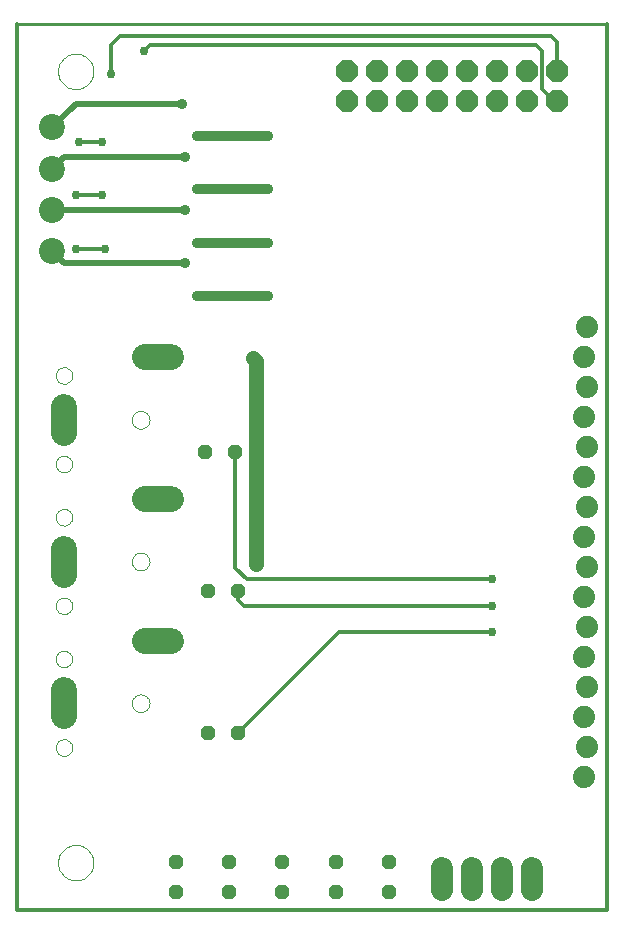
<source format=gbl>
G75*
G70*
%OFA0B0*%
%FSLAX24Y24*%
%IPPOS*%
%LPD*%
%AMOC8*
5,1,8,0,0,1.08239X$1,22.5*
%
%ADD10C,0.0000*%
%ADD11C,0.0120*%
%ADD12C,0.0100*%
%ADD13OC8,0.0740*%
%ADD14C,0.0866*%
%ADD15C,0.0740*%
%ADD16C,0.0740*%
%ADD17OC8,0.0477*%
%ADD18C,0.0866*%
%ADD19C,0.0354*%
%ADD20C,0.0320*%
%ADD21C,0.0295*%
%ADD22C,0.0500*%
%ADD23C,0.0200*%
D10*
X004943Y006459D02*
X004945Y006492D01*
X004951Y006524D01*
X004960Y006555D01*
X004973Y006585D01*
X004990Y006613D01*
X005010Y006639D01*
X005033Y006663D01*
X005058Y006683D01*
X005086Y006701D01*
X005115Y006715D01*
X005146Y006725D01*
X005178Y006732D01*
X005211Y006735D01*
X005244Y006734D01*
X005276Y006729D01*
X005307Y006720D01*
X005338Y006708D01*
X005366Y006692D01*
X005393Y006673D01*
X005417Y006651D01*
X005438Y006626D01*
X005457Y006599D01*
X005472Y006570D01*
X005483Y006540D01*
X005491Y006508D01*
X005495Y006475D01*
X005495Y006443D01*
X005491Y006410D01*
X005483Y006378D01*
X005472Y006348D01*
X005457Y006319D01*
X005438Y006292D01*
X005417Y006267D01*
X005393Y006245D01*
X005366Y006226D01*
X005338Y006210D01*
X005307Y006198D01*
X005276Y006189D01*
X005244Y006184D01*
X005211Y006183D01*
X005178Y006186D01*
X005146Y006193D01*
X005115Y006203D01*
X005086Y006217D01*
X005058Y006235D01*
X005033Y006255D01*
X005010Y006279D01*
X004990Y006305D01*
X004973Y006333D01*
X004960Y006363D01*
X004951Y006394D01*
X004945Y006426D01*
X004943Y006459D01*
X004943Y009412D02*
X004945Y009445D01*
X004951Y009477D01*
X004960Y009508D01*
X004973Y009538D01*
X004990Y009566D01*
X005010Y009592D01*
X005033Y009616D01*
X005058Y009636D01*
X005086Y009654D01*
X005115Y009668D01*
X005146Y009678D01*
X005178Y009685D01*
X005211Y009688D01*
X005244Y009687D01*
X005276Y009682D01*
X005307Y009673D01*
X005338Y009661D01*
X005366Y009645D01*
X005393Y009626D01*
X005417Y009604D01*
X005438Y009579D01*
X005457Y009552D01*
X005472Y009523D01*
X005483Y009493D01*
X005491Y009461D01*
X005495Y009428D01*
X005495Y009396D01*
X005491Y009363D01*
X005483Y009331D01*
X005472Y009301D01*
X005457Y009272D01*
X005438Y009245D01*
X005417Y009220D01*
X005393Y009198D01*
X005366Y009179D01*
X005338Y009163D01*
X005307Y009151D01*
X005276Y009142D01*
X005244Y009137D01*
X005211Y009136D01*
X005178Y009139D01*
X005146Y009146D01*
X005115Y009156D01*
X005086Y009170D01*
X005058Y009188D01*
X005033Y009208D01*
X005010Y009232D01*
X004990Y009258D01*
X004973Y009286D01*
X004960Y009316D01*
X004951Y009347D01*
X004945Y009379D01*
X004943Y009412D01*
X004943Y011184D02*
X004945Y011217D01*
X004951Y011249D01*
X004960Y011280D01*
X004973Y011310D01*
X004990Y011338D01*
X005010Y011364D01*
X005033Y011388D01*
X005058Y011408D01*
X005086Y011426D01*
X005115Y011440D01*
X005146Y011450D01*
X005178Y011457D01*
X005211Y011460D01*
X005244Y011459D01*
X005276Y011454D01*
X005307Y011445D01*
X005338Y011433D01*
X005366Y011417D01*
X005393Y011398D01*
X005417Y011376D01*
X005438Y011351D01*
X005457Y011324D01*
X005472Y011295D01*
X005483Y011265D01*
X005491Y011233D01*
X005495Y011200D01*
X005495Y011168D01*
X005491Y011135D01*
X005483Y011103D01*
X005472Y011073D01*
X005457Y011044D01*
X005438Y011017D01*
X005417Y010992D01*
X005393Y010970D01*
X005366Y010951D01*
X005338Y010935D01*
X005307Y010923D01*
X005276Y010914D01*
X005244Y010909D01*
X005211Y010908D01*
X005178Y010911D01*
X005146Y010918D01*
X005115Y010928D01*
X005086Y010942D01*
X005058Y010960D01*
X005033Y010980D01*
X005010Y011004D01*
X004990Y011030D01*
X004973Y011058D01*
X004960Y011088D01*
X004951Y011119D01*
X004945Y011151D01*
X004943Y011184D01*
X004943Y014136D02*
X004945Y014169D01*
X004951Y014201D01*
X004960Y014232D01*
X004973Y014262D01*
X004990Y014290D01*
X005010Y014316D01*
X005033Y014340D01*
X005058Y014360D01*
X005086Y014378D01*
X005115Y014392D01*
X005146Y014402D01*
X005178Y014409D01*
X005211Y014412D01*
X005244Y014411D01*
X005276Y014406D01*
X005307Y014397D01*
X005338Y014385D01*
X005366Y014369D01*
X005393Y014350D01*
X005417Y014328D01*
X005438Y014303D01*
X005457Y014276D01*
X005472Y014247D01*
X005483Y014217D01*
X005491Y014185D01*
X005495Y014152D01*
X005495Y014120D01*
X005491Y014087D01*
X005483Y014055D01*
X005472Y014025D01*
X005457Y013996D01*
X005438Y013969D01*
X005417Y013944D01*
X005393Y013922D01*
X005366Y013903D01*
X005338Y013887D01*
X005307Y013875D01*
X005276Y013866D01*
X005244Y013861D01*
X005211Y013860D01*
X005178Y013863D01*
X005146Y013870D01*
X005115Y013880D01*
X005086Y013894D01*
X005058Y013912D01*
X005033Y013932D01*
X005010Y013956D01*
X004990Y013982D01*
X004973Y014010D01*
X004960Y014040D01*
X004951Y014071D01*
X004945Y014103D01*
X004943Y014136D01*
X004943Y015908D02*
X004945Y015941D01*
X004951Y015973D01*
X004960Y016004D01*
X004973Y016034D01*
X004990Y016062D01*
X005010Y016088D01*
X005033Y016112D01*
X005058Y016132D01*
X005086Y016150D01*
X005115Y016164D01*
X005146Y016174D01*
X005178Y016181D01*
X005211Y016184D01*
X005244Y016183D01*
X005276Y016178D01*
X005307Y016169D01*
X005338Y016157D01*
X005366Y016141D01*
X005393Y016122D01*
X005417Y016100D01*
X005438Y016075D01*
X005457Y016048D01*
X005472Y016019D01*
X005483Y015989D01*
X005491Y015957D01*
X005495Y015924D01*
X005495Y015892D01*
X005491Y015859D01*
X005483Y015827D01*
X005472Y015797D01*
X005457Y015768D01*
X005438Y015741D01*
X005417Y015716D01*
X005393Y015694D01*
X005366Y015675D01*
X005338Y015659D01*
X005307Y015647D01*
X005276Y015638D01*
X005244Y015633D01*
X005211Y015632D01*
X005178Y015635D01*
X005146Y015642D01*
X005115Y015652D01*
X005086Y015666D01*
X005058Y015684D01*
X005033Y015704D01*
X005010Y015728D01*
X004990Y015754D01*
X004973Y015782D01*
X004960Y015812D01*
X004951Y015843D01*
X004945Y015875D01*
X004943Y015908D01*
X004943Y018861D02*
X004945Y018894D01*
X004951Y018926D01*
X004960Y018957D01*
X004973Y018987D01*
X004990Y019015D01*
X005010Y019041D01*
X005033Y019065D01*
X005058Y019085D01*
X005086Y019103D01*
X005115Y019117D01*
X005146Y019127D01*
X005178Y019134D01*
X005211Y019137D01*
X005244Y019136D01*
X005276Y019131D01*
X005307Y019122D01*
X005338Y019110D01*
X005366Y019094D01*
X005393Y019075D01*
X005417Y019053D01*
X005438Y019028D01*
X005457Y019001D01*
X005472Y018972D01*
X005483Y018942D01*
X005491Y018910D01*
X005495Y018877D01*
X005495Y018845D01*
X005491Y018812D01*
X005483Y018780D01*
X005472Y018750D01*
X005457Y018721D01*
X005438Y018694D01*
X005417Y018669D01*
X005393Y018647D01*
X005366Y018628D01*
X005338Y018612D01*
X005307Y018600D01*
X005276Y018591D01*
X005244Y018586D01*
X005211Y018585D01*
X005178Y018588D01*
X005146Y018595D01*
X005115Y018605D01*
X005086Y018619D01*
X005058Y018637D01*
X005033Y018657D01*
X005010Y018681D01*
X004990Y018707D01*
X004973Y018735D01*
X004960Y018765D01*
X004951Y018796D01*
X004945Y018828D01*
X004943Y018861D01*
X007483Y017384D02*
X007485Y017418D01*
X007491Y017452D01*
X007501Y017485D01*
X007514Y017516D01*
X007532Y017546D01*
X007552Y017574D01*
X007576Y017599D01*
X007602Y017621D01*
X007630Y017639D01*
X007661Y017655D01*
X007693Y017667D01*
X007727Y017675D01*
X007761Y017679D01*
X007795Y017679D01*
X007829Y017675D01*
X007863Y017667D01*
X007895Y017655D01*
X007925Y017639D01*
X007954Y017621D01*
X007980Y017599D01*
X008004Y017574D01*
X008024Y017546D01*
X008042Y017516D01*
X008055Y017485D01*
X008065Y017452D01*
X008071Y017418D01*
X008073Y017384D01*
X008071Y017350D01*
X008065Y017316D01*
X008055Y017283D01*
X008042Y017252D01*
X008024Y017222D01*
X008004Y017194D01*
X007980Y017169D01*
X007954Y017147D01*
X007926Y017129D01*
X007895Y017113D01*
X007863Y017101D01*
X007829Y017093D01*
X007795Y017089D01*
X007761Y017089D01*
X007727Y017093D01*
X007693Y017101D01*
X007661Y017113D01*
X007630Y017129D01*
X007602Y017147D01*
X007576Y017169D01*
X007552Y017194D01*
X007532Y017222D01*
X007514Y017252D01*
X007501Y017283D01*
X007491Y017316D01*
X007485Y017350D01*
X007483Y017384D01*
X007483Y012660D02*
X007485Y012694D01*
X007491Y012728D01*
X007501Y012761D01*
X007514Y012792D01*
X007532Y012822D01*
X007552Y012850D01*
X007576Y012875D01*
X007602Y012897D01*
X007630Y012915D01*
X007661Y012931D01*
X007693Y012943D01*
X007727Y012951D01*
X007761Y012955D01*
X007795Y012955D01*
X007829Y012951D01*
X007863Y012943D01*
X007895Y012931D01*
X007925Y012915D01*
X007954Y012897D01*
X007980Y012875D01*
X008004Y012850D01*
X008024Y012822D01*
X008042Y012792D01*
X008055Y012761D01*
X008065Y012728D01*
X008071Y012694D01*
X008073Y012660D01*
X008071Y012626D01*
X008065Y012592D01*
X008055Y012559D01*
X008042Y012528D01*
X008024Y012498D01*
X008004Y012470D01*
X007980Y012445D01*
X007954Y012423D01*
X007926Y012405D01*
X007895Y012389D01*
X007863Y012377D01*
X007829Y012369D01*
X007795Y012365D01*
X007761Y012365D01*
X007727Y012369D01*
X007693Y012377D01*
X007661Y012389D01*
X007630Y012405D01*
X007602Y012423D01*
X007576Y012445D01*
X007552Y012470D01*
X007532Y012498D01*
X007514Y012528D01*
X007501Y012559D01*
X007491Y012592D01*
X007485Y012626D01*
X007483Y012660D01*
X007483Y007936D02*
X007485Y007970D01*
X007491Y008004D01*
X007501Y008037D01*
X007514Y008068D01*
X007532Y008098D01*
X007552Y008126D01*
X007576Y008151D01*
X007602Y008173D01*
X007630Y008191D01*
X007661Y008207D01*
X007693Y008219D01*
X007727Y008227D01*
X007761Y008231D01*
X007795Y008231D01*
X007829Y008227D01*
X007863Y008219D01*
X007895Y008207D01*
X007925Y008191D01*
X007954Y008173D01*
X007980Y008151D01*
X008004Y008126D01*
X008024Y008098D01*
X008042Y008068D01*
X008055Y008037D01*
X008065Y008004D01*
X008071Y007970D01*
X008073Y007936D01*
X008071Y007902D01*
X008065Y007868D01*
X008055Y007835D01*
X008042Y007804D01*
X008024Y007774D01*
X008004Y007746D01*
X007980Y007721D01*
X007954Y007699D01*
X007926Y007681D01*
X007895Y007665D01*
X007863Y007653D01*
X007829Y007645D01*
X007795Y007641D01*
X007761Y007641D01*
X007727Y007645D01*
X007693Y007653D01*
X007661Y007665D01*
X007630Y007681D01*
X007602Y007699D01*
X007576Y007721D01*
X007552Y007746D01*
X007532Y007774D01*
X007514Y007804D01*
X007501Y007835D01*
X007491Y007868D01*
X007485Y007902D01*
X007483Y007936D01*
X005021Y002621D02*
X005023Y002669D01*
X005029Y002717D01*
X005039Y002764D01*
X005052Y002810D01*
X005070Y002855D01*
X005090Y002899D01*
X005115Y002941D01*
X005143Y002980D01*
X005173Y003017D01*
X005207Y003051D01*
X005244Y003083D01*
X005282Y003112D01*
X005323Y003137D01*
X005366Y003159D01*
X005411Y003177D01*
X005457Y003191D01*
X005504Y003202D01*
X005552Y003209D01*
X005600Y003212D01*
X005648Y003211D01*
X005696Y003206D01*
X005744Y003197D01*
X005790Y003185D01*
X005835Y003168D01*
X005879Y003148D01*
X005921Y003125D01*
X005961Y003098D01*
X005999Y003068D01*
X006034Y003035D01*
X006066Y002999D01*
X006096Y002961D01*
X006122Y002920D01*
X006144Y002877D01*
X006164Y002833D01*
X006179Y002788D01*
X006191Y002741D01*
X006199Y002693D01*
X006203Y002645D01*
X006203Y002597D01*
X006199Y002549D01*
X006191Y002501D01*
X006179Y002454D01*
X006164Y002409D01*
X006144Y002365D01*
X006122Y002322D01*
X006096Y002281D01*
X006066Y002243D01*
X006034Y002207D01*
X005999Y002174D01*
X005961Y002144D01*
X005921Y002117D01*
X005879Y002094D01*
X005835Y002074D01*
X005790Y002057D01*
X005744Y002045D01*
X005696Y002036D01*
X005648Y002031D01*
X005600Y002030D01*
X005552Y002033D01*
X005504Y002040D01*
X005457Y002051D01*
X005411Y002065D01*
X005366Y002083D01*
X005323Y002105D01*
X005282Y002130D01*
X005244Y002159D01*
X005207Y002191D01*
X005173Y002225D01*
X005143Y002262D01*
X005115Y002301D01*
X005090Y002343D01*
X005070Y002387D01*
X005052Y002432D01*
X005039Y002478D01*
X005029Y002525D01*
X005023Y002573D01*
X005021Y002621D01*
X005021Y028999D02*
X005023Y029047D01*
X005029Y029095D01*
X005039Y029142D01*
X005052Y029188D01*
X005070Y029233D01*
X005090Y029277D01*
X005115Y029319D01*
X005143Y029358D01*
X005173Y029395D01*
X005207Y029429D01*
X005244Y029461D01*
X005282Y029490D01*
X005323Y029515D01*
X005366Y029537D01*
X005411Y029555D01*
X005457Y029569D01*
X005504Y029580D01*
X005552Y029587D01*
X005600Y029590D01*
X005648Y029589D01*
X005696Y029584D01*
X005744Y029575D01*
X005790Y029563D01*
X005835Y029546D01*
X005879Y029526D01*
X005921Y029503D01*
X005961Y029476D01*
X005999Y029446D01*
X006034Y029413D01*
X006066Y029377D01*
X006096Y029339D01*
X006122Y029298D01*
X006144Y029255D01*
X006164Y029211D01*
X006179Y029166D01*
X006191Y029119D01*
X006199Y029071D01*
X006203Y029023D01*
X006203Y028975D01*
X006199Y028927D01*
X006191Y028879D01*
X006179Y028832D01*
X006164Y028787D01*
X006144Y028743D01*
X006122Y028700D01*
X006096Y028659D01*
X006066Y028621D01*
X006034Y028585D01*
X005999Y028552D01*
X005961Y028522D01*
X005921Y028495D01*
X005879Y028472D01*
X005835Y028452D01*
X005790Y028435D01*
X005744Y028423D01*
X005696Y028414D01*
X005648Y028409D01*
X005600Y028408D01*
X005552Y028411D01*
X005504Y028418D01*
X005457Y028429D01*
X005411Y028443D01*
X005366Y028461D01*
X005323Y028483D01*
X005282Y028508D01*
X005244Y028537D01*
X005207Y028569D01*
X005173Y028603D01*
X005143Y028640D01*
X005115Y028679D01*
X005090Y028721D01*
X005070Y028765D01*
X005052Y028810D01*
X005039Y028856D01*
X005029Y028903D01*
X005023Y028951D01*
X005021Y028999D01*
D11*
X003644Y030573D02*
X003644Y001046D01*
X023329Y001046D01*
X023329Y030573D01*
X021668Y029971D02*
X021668Y029014D01*
X021164Y028408D02*
X021164Y029688D01*
X020967Y029884D01*
X008073Y029884D01*
X007876Y029688D01*
X007089Y030180D02*
X006794Y029884D01*
X006794Y028900D01*
X007089Y030180D02*
X021459Y030180D01*
X021668Y029971D01*
X021164Y028408D02*
X021569Y028003D01*
X021656Y028003D01*
X021668Y028014D01*
X010935Y016302D02*
X010935Y012455D01*
X011321Y012069D01*
X019490Y012069D01*
X019490Y011184D02*
X011223Y011184D01*
X011034Y011373D01*
X011034Y011676D01*
X014372Y010298D02*
X019490Y010298D01*
X014372Y010298D02*
X011231Y007156D01*
X011034Y006951D01*
X006597Y023093D02*
X005612Y023093D01*
X005612Y024865D02*
X006498Y024865D01*
X006498Y026636D02*
X005711Y026636D01*
D12*
X003644Y030573D02*
X023329Y030573D01*
D13*
X021668Y029014D03*
X021668Y028014D03*
X020668Y028014D03*
X020668Y029014D03*
X019668Y029014D03*
X019668Y028014D03*
X018668Y028014D03*
X018668Y029014D03*
X017668Y029014D03*
X017668Y028014D03*
X016668Y028014D03*
X016668Y029014D03*
X015668Y029014D03*
X015668Y028014D03*
X014668Y028014D03*
X014668Y029014D03*
D14*
X008801Y019471D02*
X007935Y019471D01*
X005219Y017817D02*
X005219Y016951D01*
X007935Y014747D02*
X008801Y014747D01*
X005219Y013093D02*
X005219Y012227D01*
X007935Y010022D02*
X008801Y010022D01*
X005219Y008369D02*
X005219Y007503D01*
D15*
X017817Y002449D02*
X017817Y001709D01*
X018817Y001709D02*
X018817Y002449D01*
X019817Y002449D02*
X019817Y001709D01*
X020817Y001709D02*
X020817Y002449D01*
D16*
X022541Y005475D03*
X022641Y006475D03*
X022541Y007475D03*
X022641Y008475D03*
X022541Y009475D03*
X022641Y010475D03*
X022541Y011475D03*
X022641Y012475D03*
X022541Y013475D03*
X022641Y014475D03*
X022541Y015475D03*
X022641Y016475D03*
X022541Y017475D03*
X022641Y018475D03*
X022541Y019475D03*
X022641Y020475D03*
D17*
X010935Y016302D03*
X009935Y016302D03*
X010034Y011676D03*
X011034Y011676D03*
X011034Y006951D03*
X010034Y006951D03*
X010731Y002629D03*
X010731Y001629D03*
X012502Y001629D03*
X012502Y002629D03*
X014274Y002629D03*
X014274Y001629D03*
X016046Y001629D03*
X016046Y002629D03*
X008959Y002629D03*
X008959Y001629D03*
D18*
X004825Y022995D03*
X004825Y024373D03*
X004825Y025751D03*
X004825Y027129D03*
D19*
X009156Y027916D03*
X009648Y026833D03*
X009254Y026144D03*
X009648Y025062D03*
X009254Y024373D03*
X009648Y023290D03*
X009254Y022601D03*
X009648Y021518D03*
X011518Y019451D03*
X012010Y021518D03*
X012010Y023290D03*
X012010Y025062D03*
X012010Y026833D03*
X011616Y014727D03*
X011616Y012562D03*
D20*
X012010Y021518D02*
X009648Y021518D01*
X009648Y023290D02*
X012010Y023290D01*
X012010Y025062D02*
X009648Y025062D01*
X009648Y026833D02*
X012010Y026833D01*
D21*
X007876Y029688D03*
X006794Y028900D03*
X006498Y026636D03*
X005711Y026636D03*
X005612Y024865D03*
X006498Y024865D03*
X006597Y023093D03*
X005612Y023093D03*
X019490Y012069D03*
X019490Y011184D03*
X019490Y010298D03*
D22*
X011616Y012562D02*
X011616Y014727D01*
X011616Y019353D01*
X011518Y019451D01*
D23*
X009254Y022601D02*
X005219Y022601D01*
X004825Y022995D01*
X004825Y024373D02*
X009254Y024373D01*
X009254Y026144D02*
X005219Y026144D01*
X004825Y025751D01*
X004825Y027129D02*
X005612Y027916D01*
X009156Y027916D01*
M02*

</source>
